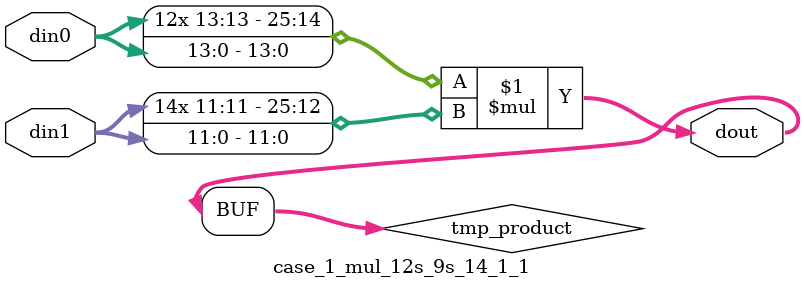
<source format=v>

`timescale 1 ns / 1 ps

 module case_1_mul_12s_9s_14_1_1(din0, din1, dout);
parameter ID = 1;
parameter NUM_STAGE = 0;
parameter din0_WIDTH = 14;
parameter din1_WIDTH = 12;
parameter dout_WIDTH = 26;

input [din0_WIDTH - 1 : 0] din0; 
input [din1_WIDTH - 1 : 0] din1; 
output [dout_WIDTH - 1 : 0] dout;

wire signed [dout_WIDTH - 1 : 0] tmp_product;



























assign tmp_product = $signed(din0) * $signed(din1);








assign dout = tmp_product;





















endmodule

</source>
